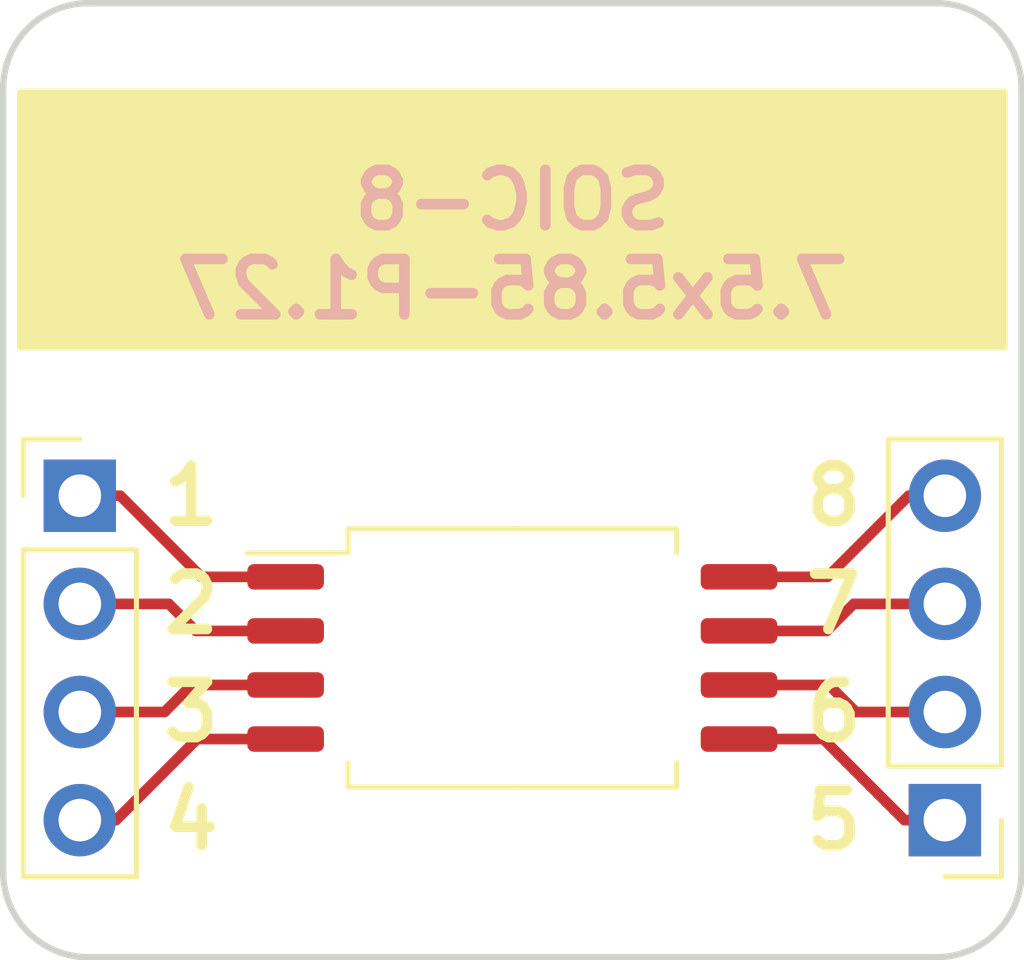
<source format=kicad_pcb>
(kicad_pcb (version 20171130) (host pcbnew 5.1.7-a382d34a8~87~ubuntu20.04.1)

  (general
    (thickness 1)
    (drawings 18)
    (tracks 25)
    (zones 0)
    (modules 3)
    (nets 9)
  )

  (page A4)
  (title_block
    (title BRK-SOIC-8-7.5x5.85-P1.27)
    (rev v1.0)
    (company https://gekkio.fi)
  )

  (layers
    (0 F.Cu signal)
    (31 B.Cu signal)
    (32 B.Adhes user)
    (33 F.Adhes user)
    (34 B.Paste user)
    (35 F.Paste user)
    (36 B.SilkS user)
    (37 F.SilkS user)
    (38 B.Mask user)
    (39 F.Mask user)
    (40 Dwgs.User user)
    (41 Cmts.User user)
    (42 Eco1.User user)
    (43 Eco2.User user)
    (44 Edge.Cuts user)
    (45 Margin user)
    (46 B.CrtYd user)
    (47 F.CrtYd user)
    (48 B.Fab user)
    (49 F.Fab user)
  )

  (setup
    (last_trace_width 0.25)
    (trace_clearance 0.2)
    (zone_clearance 0.508)
    (zone_45_only no)
    (trace_min 0.2)
    (via_size 0.8)
    (via_drill 0.4)
    (via_min_size 0.4)
    (via_min_drill 0.3)
    (uvia_size 0.3)
    (uvia_drill 0.1)
    (uvias_allowed no)
    (uvia_min_size 0.2)
    (uvia_min_drill 0.1)
    (edge_width 0.05)
    (segment_width 0.2)
    (pcb_text_width 0.3)
    (pcb_text_size 1.5 1.5)
    (mod_edge_width 0.12)
    (mod_text_size 1 1)
    (mod_text_width 0.15)
    (pad_size 1.524 1.524)
    (pad_drill 0.762)
    (pad_to_mask_clearance 0)
    (aux_axis_origin 0 0)
    (visible_elements FFFFFF7F)
    (pcbplotparams
      (layerselection 0x010fc_ffffffff)
      (usegerberextensions false)
      (usegerberattributes true)
      (usegerberadvancedattributes true)
      (creategerberjobfile true)
      (excludeedgelayer true)
      (linewidth 0.150000)
      (plotframeref false)
      (viasonmask false)
      (mode 1)
      (useauxorigin false)
      (hpglpennumber 1)
      (hpglpenspeed 20)
      (hpglpendiameter 15.000000)
      (psnegative false)
      (psa4output false)
      (plotreference true)
      (plotvalue true)
      (plotinvisibletext false)
      (padsonsilk false)
      (subtractmaskfromsilk false)
      (outputformat 1)
      (mirror false)
      (drillshape 0)
      (scaleselection 1)
      (outputdirectory "gerber/"))
  )

  (net 0 "")
  (net 1 PIN1)
  (net 2 PIN2)
  (net 3 PIN3)
  (net 4 PIN4)
  (net 5 PIN5)
  (net 6 PIN6)
  (net 7 PIN7)
  (net 8 PIN8)

  (net_class Default "This is the default net class."
    (clearance 0.2)
    (trace_width 0.25)
    (via_dia 0.8)
    (via_drill 0.4)
    (uvia_dia 0.3)
    (uvia_drill 0.1)
    (add_net PIN1)
    (add_net PIN2)
    (add_net PIN3)
    (add_net PIN4)
    (add_net PIN5)
    (add_net PIN6)
    (add_net PIN7)
    (add_net PIN8)
  )

  (module PinHeader_1x04_P2.54mm_Vertical (layer F.Cu) (tedit 59FED5CC) (tstamp 5F77508C)
    (at 110.16 103.81 180)
    (descr "Through hole straight pin header, 1x04, 2.54mm pitch, single row")
    (tags "Through hole pin header THT 1x04 2.54mm single row")
    (fp_text reference J2 (at 0 -2.33 180) (layer F.SilkS) hide
      (effects (font (size 1 1) (thickness 0.15)))
    )
    (fp_text value PinHeader_1x04_P2.54mm_Vertical (at 0 9.95 180) (layer F.Fab) hide
      (effects (font (size 1 1) (thickness 0.15)))
    )
    (fp_line (start 1.8 -1.8) (end -1.8 -1.8) (layer F.CrtYd) (width 0.05))
    (fp_line (start 1.8 9.4) (end 1.8 -1.8) (layer F.CrtYd) (width 0.05))
    (fp_line (start -1.8 9.4) (end 1.8 9.4) (layer F.CrtYd) (width 0.05))
    (fp_line (start -1.8 -1.8) (end -1.8 9.4) (layer F.CrtYd) (width 0.05))
    (fp_line (start -1.33 -1.33) (end 0 -1.33) (layer F.SilkS) (width 0.12))
    (fp_line (start -1.33 0) (end -1.33 -1.33) (layer F.SilkS) (width 0.12))
    (fp_line (start -1.33 1.27) (end 1.33 1.27) (layer F.SilkS) (width 0.12))
    (fp_line (start 1.33 1.27) (end 1.33 8.95) (layer F.SilkS) (width 0.12))
    (fp_line (start -1.33 1.27) (end -1.33 8.95) (layer F.SilkS) (width 0.12))
    (fp_line (start -1.33 8.95) (end 1.33 8.95) (layer F.SilkS) (width 0.12))
    (fp_line (start -1.27 -0.635) (end -0.635 -1.27) (layer F.Fab) (width 0.1))
    (fp_line (start -1.27 8.89) (end -1.27 -0.635) (layer F.Fab) (width 0.1))
    (fp_line (start 1.27 8.89) (end -1.27 8.89) (layer F.Fab) (width 0.1))
    (fp_line (start 1.27 -1.27) (end 1.27 8.89) (layer F.Fab) (width 0.1))
    (fp_line (start -0.635 -1.27) (end 1.27 -1.27) (layer F.Fab) (width 0.1))
    (fp_text user %R (at 0 3.81 270) (layer F.Fab)
      (effects (font (size 1 1) (thickness 0.15)))
    )
    (pad 4 thru_hole oval (at 0 7.62 180) (size 1.7 1.7) (drill 1) (layers *.Cu *.Mask)
      (net 8 PIN8))
    (pad 3 thru_hole oval (at 0 5.08 180) (size 1.7 1.7) (drill 1) (layers *.Cu *.Mask)
      (net 7 PIN7))
    (pad 2 thru_hole oval (at 0 2.54 180) (size 1.7 1.7) (drill 1) (layers *.Cu *.Mask)
      (net 6 PIN6))
    (pad 1 thru_hole rect (at 0 0 180) (size 1.7 1.7) (drill 1) (layers *.Cu *.Mask)
      (net 5 PIN5))
    (model ${KISYS3DMOD}/Connector_PinHeader_2.54mm.3dshapes/PinHeader_1x04_P2.54mm_Vertical.wrl
      (at (xyz 0 0 0))
      (scale (xyz 1 1 1))
      (rotate (xyz 0 0 0))
    )
  )

  (module PinHeader_1x04_P2.54mm_Vertical (layer F.Cu) (tedit 59FED5CC) (tstamp 5F775075)
    (at 89.84 96.19)
    (descr "Through hole straight pin header, 1x04, 2.54mm pitch, single row")
    (tags "Through hole pin header THT 1x04 2.54mm single row")
    (fp_text reference J1 (at 0 -2.33) (layer F.SilkS) hide
      (effects (font (size 1 1) (thickness 0.15)))
    )
    (fp_text value PinHeader_1x04_P2.54mm_Vertical (at 0 9.95) (layer F.Fab) hide
      (effects (font (size 1 1) (thickness 0.15)))
    )
    (fp_line (start 1.8 -1.8) (end -1.8 -1.8) (layer F.CrtYd) (width 0.05))
    (fp_line (start 1.8 9.4) (end 1.8 -1.8) (layer F.CrtYd) (width 0.05))
    (fp_line (start -1.8 9.4) (end 1.8 9.4) (layer F.CrtYd) (width 0.05))
    (fp_line (start -1.8 -1.8) (end -1.8 9.4) (layer F.CrtYd) (width 0.05))
    (fp_line (start -1.33 -1.33) (end 0 -1.33) (layer F.SilkS) (width 0.12))
    (fp_line (start -1.33 0) (end -1.33 -1.33) (layer F.SilkS) (width 0.12))
    (fp_line (start -1.33 1.27) (end 1.33 1.27) (layer F.SilkS) (width 0.12))
    (fp_line (start 1.33 1.27) (end 1.33 8.95) (layer F.SilkS) (width 0.12))
    (fp_line (start -1.33 1.27) (end -1.33 8.95) (layer F.SilkS) (width 0.12))
    (fp_line (start -1.33 8.95) (end 1.33 8.95) (layer F.SilkS) (width 0.12))
    (fp_line (start -1.27 -0.635) (end -0.635 -1.27) (layer F.Fab) (width 0.1))
    (fp_line (start -1.27 8.89) (end -1.27 -0.635) (layer F.Fab) (width 0.1))
    (fp_line (start 1.27 8.89) (end -1.27 8.89) (layer F.Fab) (width 0.1))
    (fp_line (start 1.27 -1.27) (end 1.27 8.89) (layer F.Fab) (width 0.1))
    (fp_line (start -0.635 -1.27) (end 1.27 -1.27) (layer F.Fab) (width 0.1))
    (fp_text user %R (at 0 3.81 90) (layer F.Fab)
      (effects (font (size 1 1) (thickness 0.15)))
    )
    (pad 4 thru_hole oval (at 0 7.62) (size 1.7 1.7) (drill 1) (layers *.Cu *.Mask)
      (net 4 PIN4))
    (pad 3 thru_hole oval (at 0 5.08) (size 1.7 1.7) (drill 1) (layers *.Cu *.Mask)
      (net 3 PIN3))
    (pad 2 thru_hole oval (at 0 2.54) (size 1.7 1.7) (drill 1) (layers *.Cu *.Mask)
      (net 2 PIN2))
    (pad 1 thru_hole rect (at 0 0) (size 1.7 1.7) (drill 1) (layers *.Cu *.Mask)
      (net 1 PIN1))
    (model ${KISYS3DMOD}/Connector_PinHeader_2.54mm.3dshapes/PinHeader_1x04_P2.54mm_Vertical.wrl
      (at (xyz 0 0 0))
      (scale (xyz 1 1 1))
      (rotate (xyz 0 0 0))
    )
  )

  (module SOIC-8_7.5x5.85mm_P1.27mm (layer F.Cu) (tedit 5D9F72B1) (tstamp 5F774E2B)
    (at 100 100)
    (descr "SOIC, 8 Pin (http://www.ti.com/lit/ml/mpds382b/mpds382b.pdf), generated with kicad-footprint-generator ipc_gullwing_generator.py")
    (tags "SOIC SO")
    (attr smd)
    (fp_text reference U1 (at 0 -3.88) (layer F.SilkS) hide
      (effects (font (size 1 1) (thickness 0.15)))
    )
    (fp_text value SOIC-8_7.5x5.85mm_P1.27mm (at 0 3.88) (layer F.Fab) hide
      (effects (font (size 1 1) (thickness 0.15)))
    )
    (fp_line (start 6.48 -3.18) (end -6.48 -3.18) (layer F.CrtYd) (width 0.05))
    (fp_line (start 6.48 3.18) (end 6.48 -3.18) (layer F.CrtYd) (width 0.05))
    (fp_line (start -6.48 3.18) (end 6.48 3.18) (layer F.CrtYd) (width 0.05))
    (fp_line (start -6.48 -3.18) (end -6.48 3.18) (layer F.CrtYd) (width 0.05))
    (fp_line (start -3.75 -1.925) (end -2.75 -2.925) (layer F.Fab) (width 0.1))
    (fp_line (start -3.75 2.925) (end -3.75 -1.925) (layer F.Fab) (width 0.1))
    (fp_line (start 3.75 2.925) (end -3.75 2.925) (layer F.Fab) (width 0.1))
    (fp_line (start 3.75 -2.925) (end 3.75 2.925) (layer F.Fab) (width 0.1))
    (fp_line (start -2.75 -2.925) (end 3.75 -2.925) (layer F.Fab) (width 0.1))
    (fp_line (start -3.86 -2.465) (end -6.225 -2.465) (layer F.SilkS) (width 0.12))
    (fp_line (start -3.86 -3.035) (end -3.86 -2.465) (layer F.SilkS) (width 0.12))
    (fp_line (start 0 -3.035) (end -3.86 -3.035) (layer F.SilkS) (width 0.12))
    (fp_line (start 3.86 -3.035) (end 3.86 -2.465) (layer F.SilkS) (width 0.12))
    (fp_line (start 0 -3.035) (end 3.86 -3.035) (layer F.SilkS) (width 0.12))
    (fp_line (start -3.86 3.035) (end -3.86 2.465) (layer F.SilkS) (width 0.12))
    (fp_line (start 0 3.035) (end -3.86 3.035) (layer F.SilkS) (width 0.12))
    (fp_line (start 3.86 3.035) (end 3.86 2.465) (layer F.SilkS) (width 0.12))
    (fp_line (start 0 3.035) (end 3.86 3.035) (layer F.SilkS) (width 0.12))
    (fp_text user %R (at 0 0) (layer F.Fab)
      (effects (font (size 1 1) (thickness 0.15)))
    )
    (pad 8 smd roundrect (at 5.325 -1.905) (size 1.8 0.6) (layers F.Cu F.Paste F.Mask) (roundrect_rratio 0.25)
      (net 8 PIN8))
    (pad 7 smd roundrect (at 5.325 -0.635) (size 1.8 0.6) (layers F.Cu F.Paste F.Mask) (roundrect_rratio 0.25)
      (net 7 PIN7))
    (pad 6 smd roundrect (at 5.325 0.635) (size 1.8 0.6) (layers F.Cu F.Paste F.Mask) (roundrect_rratio 0.25)
      (net 6 PIN6))
    (pad 5 smd roundrect (at 5.325 1.905) (size 1.8 0.6) (layers F.Cu F.Paste F.Mask) (roundrect_rratio 0.25)
      (net 5 PIN5))
    (pad 4 smd roundrect (at -5.325 1.905) (size 1.8 0.6) (layers F.Cu F.Paste F.Mask) (roundrect_rratio 0.25)
      (net 4 PIN4))
    (pad 3 smd roundrect (at -5.325 0.635) (size 1.8 0.6) (layers F.Cu F.Paste F.Mask) (roundrect_rratio 0.25)
      (net 3 PIN3))
    (pad 2 smd roundrect (at -5.325 -0.635) (size 1.8 0.6) (layers F.Cu F.Paste F.Mask) (roundrect_rratio 0.25)
      (net 2 PIN2))
    (pad 1 smd roundrect (at -5.325 -1.905) (size 1.8 0.6) (layers F.Cu F.Paste F.Mask) (roundrect_rratio 0.25)
      (net 1 PIN1))
    (model ${KISYS3DMOD}/Package_SO.3dshapes/SOIC-8_7.5x5.85mm_P1.27mm.wrl
      (at (xyz 0 0 0))
      (scale (xyz 1 1 1))
      (rotate (xyz 0 0 0))
    )
  )

  (gr_arc (start 109.96 86.62) (end 109.96 84.62) (angle 90) (layer Edge.Cuts) (width 0.15))
  (gr_arc (start 90.04 86.62) (end 88.04 86.62) (angle 90) (layer Edge.Cuts) (width 0.15))
  (gr_arc (start 90.04 105.03) (end 90.04 107.03) (angle 90) (layer Edge.Cuts) (width 0.15))
  (gr_arc (start 109.96 105.03) (end 111.96 105.03) (angle 90) (layer Edge.Cuts) (width 0.15))
  (gr_line (start 90.04 107.03) (end 109.96 107.03) (layer Edge.Cuts) (width 0.15))
  (gr_line (start 90.04 84.62) (end 109.96 84.62) (layer Edge.Cuts) (width 0.15))
  (gr_line (start 111.96 105.03) (end 111.96 86.62) (layer Edge.Cuts) (width 0.15))
  (gr_line (start 88.04 86.62) (end 88.04 105.03) (layer Edge.Cuts) (width 0.15))
  (gr_text 8 (at 108.33 96.19) (layer F.SilkS)
    (effects (font (size 1.3 1.3) (thickness 0.25)) (justify right))
  )
  (gr_text 7 (at 108.33 98.73) (layer F.SilkS)
    (effects (font (size 1.3 1.3) (thickness 0.25)) (justify right))
  )
  (gr_text 6 (at 108.33 101.27) (layer F.SilkS)
    (effects (font (size 1.3 1.3) (thickness 0.25)) (justify right))
  )
  (gr_text 5 (at 108.33 103.81) (layer F.SilkS)
    (effects (font (size 1.3 1.3) (thickness 0.25)) (justify right))
  )
  (gr_text 4 (at 91.67 103.81) (layer F.SilkS)
    (effects (font (size 1.3 1.3) (thickness 0.25)) (justify left))
  )
  (gr_text 3 (at 91.67 101.27) (layer F.SilkS)
    (effects (font (size 1.3 1.3) (thickness 0.25)) (justify left))
  )
  (gr_text 2 (at 91.67 98.73) (layer F.SilkS)
    (effects (font (size 1.3 1.3) (thickness 0.25)) (justify left))
  )
  (gr_text 1 (at 91.67 96.19) (layer F.SilkS)
    (effects (font (size 1.3 1.3) (thickness 0.25)) (justify left))
  )
  (gr_text "SOIC-8\n7.5x5.85-P1.27" (at 100 92.1) (layer B.SilkS)
    (effects (font (size 1.3 1.3) (thickness 0.25)) (justify bottom mirror))
  )
  (gr_poly (pts (xy 88.44 86.7) (xy 88.44 92.7) (xy 111.56 92.7) (xy 111.56 86.7)) (layer F.SilkS) (width 0.15))

  (segment (start 90.79 96.19) (end 89.84 96.19) (width 0.25) (layer F.Cu) (net 1))
  (segment (start 92.695 98.095) (end 90.79 96.19) (width 0.25) (layer F.Cu) (net 1))
  (segment (start 94.675 98.095) (end 92.695 98.095) (width 0.25) (layer F.Cu) (net 1))
  (segment (start 94.675 99.365) (end 94.435 99.365) (width 0.25) (layer F.Cu) (net 2))
  (segment (start 91.93 98.73) (end 89.84 98.73) (width 0.25) (layer F.Cu) (net 2))
  (segment (start 92.565 99.365) (end 91.93 98.73) (width 0.25) (layer F.Cu) (net 2))
  (segment (start 94.675 99.365) (end 92.565 99.365) (width 0.25) (layer F.Cu) (net 2))
  (segment (start 91.83 101.27) (end 89.84 101.27) (width 0.25) (layer F.Cu) (net 3))
  (segment (start 92.465 100.635) (end 91.83 101.27) (width 0.25) (layer F.Cu) (net 3))
  (segment (start 94.675 100.635) (end 92.465 100.635) (width 0.25) (layer F.Cu) (net 3))
  (segment (start 90.69 103.81) (end 89.84 103.81) (width 0.25) (layer F.Cu) (net 4))
  (segment (start 92.595 101.905) (end 90.69 103.81) (width 0.25) (layer F.Cu) (net 4))
  (segment (start 94.675 101.905) (end 92.595 101.905) (width 0.25) (layer F.Cu) (net 4))
  (segment (start 105.325 101.905) (end 107.305 101.905) (width 0.25) (layer F.Cu) (net 5))
  (segment (start 109.21 103.81) (end 110.16 103.81) (width 0.25) (layer F.Cu) (net 5))
  (segment (start 107.305 101.905) (end 109.21 103.81) (width 0.25) (layer F.Cu) (net 5))
  (segment (start 105.325 100.635) (end 107.435 100.635) (width 0.25) (layer F.Cu) (net 6))
  (segment (start 108.07 101.27) (end 110.16 101.27) (width 0.25) (layer F.Cu) (net 6))
  (segment (start 107.435 100.635) (end 108.07 101.27) (width 0.25) (layer F.Cu) (net 6))
  (segment (start 108.02 98.73) (end 110.16 98.73) (width 0.25) (layer F.Cu) (net 7))
  (segment (start 107.385 99.365) (end 108.02 98.73) (width 0.25) (layer F.Cu) (net 7))
  (segment (start 105.325 99.365) (end 107.385 99.365) (width 0.25) (layer F.Cu) (net 7))
  (segment (start 109.31 96.19) (end 110.16 96.19) (width 0.25) (layer F.Cu) (net 8))
  (segment (start 107.405 98.095) (end 109.31 96.19) (width 0.25) (layer F.Cu) (net 8))
  (segment (start 105.325 98.095) (end 107.405 98.095) (width 0.25) (layer F.Cu) (net 8))

)

</source>
